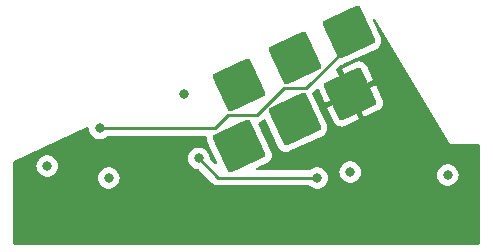
<source format=gbr>
%TF.GenerationSoftware,KiCad,Pcbnew,7.0.10*%
%TF.CreationDate,2024-02-23T21:50:14+01:00*%
%TF.ProjectId,ScartPCB,53636172-7450-4434-922e-6b696361645f,0*%
%TF.SameCoordinates,PX76bb820PY7641700*%
%TF.FileFunction,Copper,L3,Inr*%
%TF.FilePolarity,Positive*%
%FSLAX46Y46*%
G04 Gerber Fmt 4.6, Leading zero omitted, Abs format (unit mm)*
G04 Created by KiCad (PCBNEW 7.0.10) date 2024-02-23 21:50:14*
%MOMM*%
%LPD*%
G01*
G04 APERTURE LIST*
G04 Aperture macros list*
%AMRoundRect*
0 Rectangle with rounded corners*
0 $1 Rounding radius*
0 $2 $3 $4 $5 $6 $7 $8 $9 X,Y pos of 4 corners*
0 Add a 4 corners polygon primitive as box body*
4,1,4,$2,$3,$4,$5,$6,$7,$8,$9,$2,$3,0*
0 Add four circle primitives for the rounded corners*
1,1,$1+$1,$2,$3*
1,1,$1+$1,$4,$5*
1,1,$1+$1,$6,$7*
1,1,$1+$1,$8,$9*
0 Add four rect primitives between the rounded corners*
20,1,$1+$1,$2,$3,$4,$5,0*
20,1,$1+$1,$4,$5,$6,$7,0*
20,1,$1+$1,$6,$7,$8,$9,0*
20,1,$1+$1,$8,$9,$2,$3,0*%
G04 Aperture macros list end*
%TA.AperFunction,ComponentPad*%
%ADD10RoundRect,0.250002X1.993386X-0.725533X0.725533X1.993386X-1.993386X0.725533X-0.725533X-1.993386X0*%
%TD*%
%TA.AperFunction,ViaPad*%
%ADD11C,0.800000*%
%TD*%
%TA.AperFunction,Conductor*%
%ADD12C,0.250000*%
%TD*%
G04 APERTURE END LIST*
D10*
%TO.N,Net-(J2-Pin_1)*%
%TO.C,J2*%
X28408000Y17955000D03*
%TD*%
%TO.N,SYNC*%
%TO.C,J5*%
X23836000Y10589000D03*
%TD*%
%TO.N,Net-(J3-Pin_1)*%
%TO.C,J3*%
X23836000Y15796000D03*
%TD*%
%TO.N,AUDIO*%
%TO.C,J6*%
X19137000Y8303000D03*
%TD*%
%TO.N,Net-(J4-Pin_1)*%
%TO.C,J4*%
X19137000Y13510000D03*
%TD*%
%TO.N,GND*%
%TO.C,J7*%
X28535000Y12748000D03*
%TD*%
D11*
%TO.N,GND*%
X27011000Y6261147D03*
X12382005Y4911695D03*
%TO.N,BLUE*%
X25741000Y5636000D03*
X15708000Y7287000D03*
%TO.N,Net-(J1-Pin_20)*%
X2881000Y6652000D03*
%TO.N,GND*%
X4405000Y5509000D03*
%TO.N,SYNC*%
X8088000Y5636000D03*
%TO.N,Net-(J1-Pin_6)*%
X28535000Y6144000D03*
%TO.N,Net-(J1-Pin_2)*%
X36790000Y5890000D03*
%TO.N,Net-(J2-Pin_1)*%
X7326000Y9827000D03*
%TO.N,Net-(J3-Pin_1)*%
X14438000Y12748000D03*
%TD*%
D12*
%TO.N,BLUE*%
X15708000Y7287000D02*
X17359000Y5636000D01*
X18883000Y5636000D02*
X25741000Y5636000D01*
X17359000Y5636000D02*
X18883000Y5636000D01*
%TO.N,Net-(J2-Pin_1)*%
X28408000Y16829322D02*
X28408000Y17955000D01*
X7326000Y9827000D02*
X17061410Y9827000D01*
X17061410Y9827000D02*
X18171366Y10936956D01*
X18171366Y10936956D02*
X20627956Y10936956D01*
X20627956Y10936956D02*
X22913956Y13222956D01*
X24801634Y13222956D02*
X28408000Y16829322D01*
X22913956Y13222956D02*
X24801634Y13222956D01*
%TD*%
%TA.AperFunction,Conductor*%
%TO.N,GND*%
G36*
X30643614Y19088981D02*
G01*
X30657091Y19070542D01*
X36994850Y8507609D01*
X36998157Y8501068D01*
X36999723Y8499511D01*
X36999868Y8499475D01*
X36999869Y8499474D01*
X36999870Y8499475D01*
X37002016Y8498937D01*
X37009512Y8499500D01*
X39373500Y8499500D01*
X39441621Y8479498D01*
X39488114Y8425842D01*
X39499500Y8373500D01*
X39499500Y126500D01*
X39479498Y58379D01*
X39425842Y11886D01*
X39373500Y500D01*
X126500Y500D01*
X58379Y20502D01*
X11886Y74158D01*
X500Y126500D01*
X500Y5636000D01*
X7174496Y5636000D01*
X7194457Y5446073D01*
X7224526Y5353530D01*
X7253473Y5264444D01*
X7253476Y5264439D01*
X7348958Y5099059D01*
X7348965Y5099049D01*
X7476744Y4957136D01*
X7476747Y4957134D01*
X7631248Y4844882D01*
X7805712Y4767206D01*
X7992513Y4727500D01*
X8183487Y4727500D01*
X8370288Y4767206D01*
X8544752Y4844882D01*
X8699253Y4957134D01*
X8738704Y5000949D01*
X8827034Y5099049D01*
X8827035Y5099051D01*
X8827040Y5099056D01*
X8922527Y5264444D01*
X8981542Y5446072D01*
X9001504Y5636000D01*
X8981542Y5825928D01*
X8922527Y6007556D01*
X8827040Y6172944D01*
X8827038Y6172946D01*
X8827034Y6172952D01*
X8699255Y6314865D01*
X8544752Y6427118D01*
X8370288Y6504794D01*
X8183487Y6544500D01*
X7992513Y6544500D01*
X7805711Y6504794D01*
X7631247Y6427118D01*
X7476744Y6314865D01*
X7348965Y6172952D01*
X7348958Y6172942D01*
X7253476Y6007562D01*
X7253473Y6007555D01*
X7194457Y5825928D01*
X7174496Y5636000D01*
X500Y5636000D01*
X500Y6652000D01*
X1967496Y6652000D01*
X1987457Y6462073D01*
X2001711Y6418206D01*
X2046473Y6280444D01*
X2046476Y6280439D01*
X2141958Y6115059D01*
X2141965Y6115049D01*
X2269744Y5973136D01*
X2269747Y5973134D01*
X2424248Y5860882D01*
X2598712Y5783206D01*
X2785513Y5743500D01*
X2976487Y5743500D01*
X3163288Y5783206D01*
X3337752Y5860882D01*
X3492253Y5973134D01*
X3620040Y6115056D01*
X3715527Y6280444D01*
X3774542Y6462072D01*
X3794504Y6652000D01*
X3774542Y6841928D01*
X3715527Y7023556D01*
X3620040Y7188944D01*
X3620038Y7188946D01*
X3620034Y7188952D01*
X3492255Y7330865D01*
X3337752Y7443118D01*
X3163288Y7520794D01*
X2976487Y7560500D01*
X2785513Y7560500D01*
X2598711Y7520794D01*
X2424247Y7443118D01*
X2269744Y7330865D01*
X2141965Y7188952D01*
X2141958Y7188942D01*
X2046476Y7023562D01*
X2046473Y7023556D01*
X2034963Y6988133D01*
X1987457Y6841928D01*
X1967496Y6652000D01*
X500Y6652000D01*
X500Y6920012D01*
X20502Y6988133D01*
X72475Y7033842D01*
X6233559Y9957747D01*
X6303675Y9968882D01*
X6368682Y9940341D01*
X6407940Y9881186D01*
X6412890Y9830752D01*
X6412496Y9827002D01*
X6432457Y9637073D01*
X6462526Y9544530D01*
X6491473Y9455444D01*
X6491476Y9455439D01*
X6586958Y9290059D01*
X6586965Y9290049D01*
X6714744Y9148136D01*
X6714747Y9148134D01*
X6869248Y9035882D01*
X7043712Y8958206D01*
X7230513Y8918500D01*
X7421487Y8918500D01*
X7608288Y8958206D01*
X7782752Y9035882D01*
X7937253Y9148134D01*
X7940563Y9151810D01*
X8001009Y9189050D01*
X8034200Y9193500D01*
X16257645Y9193500D01*
X16325766Y9173498D01*
X16372259Y9119842D01*
X16382793Y9052872D01*
X16379948Y9028533D01*
X16400532Y8852419D01*
X16400533Y8852416D01*
X16434814Y8753791D01*
X16781364Y8010613D01*
X17252405Y7000460D01*
X17266669Y6969872D01*
X17277330Y6899680D01*
X17248350Y6834868D01*
X17188930Y6796011D01*
X17117936Y6795448D01*
X17063379Y6827527D01*
X16655121Y7235785D01*
X16621095Y7298097D01*
X16618908Y7311694D01*
X16601542Y7476928D01*
X16542527Y7658556D01*
X16447040Y7823944D01*
X16447038Y7823946D01*
X16447034Y7823952D01*
X16319255Y7965865D01*
X16164752Y8078118D01*
X15990288Y8155794D01*
X15803487Y8195500D01*
X15612513Y8195500D01*
X15425711Y8155794D01*
X15251247Y8078118D01*
X15096744Y7965865D01*
X14968965Y7823952D01*
X14968958Y7823942D01*
X14873476Y7658562D01*
X14873473Y7658555D01*
X14814457Y7476928D01*
X14794496Y7287000D01*
X14814457Y7097073D01*
X14817863Y7086592D01*
X14873473Y6915444D01*
X14882574Y6899680D01*
X14968958Y6750059D01*
X14968965Y6750049D01*
X15096744Y6608136D01*
X15096747Y6608134D01*
X15251248Y6495882D01*
X15425712Y6418206D01*
X15612513Y6378500D01*
X15668406Y6378500D01*
X15736527Y6358498D01*
X15757501Y6341595D01*
X16851753Y5247343D01*
X16861720Y5234903D01*
X16861947Y5235090D01*
X16866999Y5228983D01*
X16916666Y5182343D01*
X16919510Y5179586D01*
X16939230Y5159866D01*
X16942416Y5157395D01*
X16951447Y5149682D01*
X16983678Y5119415D01*
X16983682Y5119412D01*
X17001430Y5109655D01*
X17017957Y5098799D01*
X17033960Y5086386D01*
X17074539Y5068826D01*
X17085187Y5063609D01*
X17123934Y5042308D01*
X17123936Y5042307D01*
X17123940Y5042305D01*
X17143562Y5037267D01*
X17162263Y5030865D01*
X17174814Y5025433D01*
X17180852Y5022820D01*
X17180853Y5022820D01*
X17180855Y5022819D01*
X17224530Y5015902D01*
X17236141Y5013498D01*
X17278970Y5002500D01*
X17299224Y5002500D01*
X17318934Y5000949D01*
X17321141Y5000600D01*
X17338943Y4997780D01*
X17382961Y5001942D01*
X17394819Y5002500D01*
X18802970Y5002500D01*
X25032800Y5002500D01*
X25100921Y4982498D01*
X25126437Y4960810D01*
X25129747Y4957134D01*
X25284248Y4844882D01*
X25458712Y4767206D01*
X25645513Y4727500D01*
X25836487Y4727500D01*
X26023288Y4767206D01*
X26197752Y4844882D01*
X26352253Y4957134D01*
X26391704Y5000949D01*
X26480034Y5099049D01*
X26480035Y5099051D01*
X26480040Y5099056D01*
X26575527Y5264444D01*
X26634542Y5446072D01*
X26654504Y5636000D01*
X26634542Y5825928D01*
X26575527Y6007556D01*
X26496751Y6144000D01*
X27621496Y6144000D01*
X27641457Y5954073D01*
X27662276Y5890000D01*
X27700473Y5772444D01*
X27700476Y5772439D01*
X27795958Y5607059D01*
X27795965Y5607049D01*
X27923744Y5465136D01*
X27923747Y5465134D01*
X28078248Y5352882D01*
X28252712Y5275206D01*
X28439513Y5235500D01*
X28630487Y5235500D01*
X28817288Y5275206D01*
X28991752Y5352882D01*
X29146253Y5465134D01*
X29194249Y5518439D01*
X29274034Y5607049D01*
X29274035Y5607051D01*
X29274040Y5607056D01*
X29369527Y5772444D01*
X29407724Y5890000D01*
X35876496Y5890000D01*
X35896457Y5700073D01*
X35917276Y5636000D01*
X35955473Y5518444D01*
X35955476Y5518439D01*
X36050958Y5353059D01*
X36050965Y5353049D01*
X36178744Y5211136D01*
X36178747Y5211134D01*
X36333248Y5098882D01*
X36507712Y5021206D01*
X36694513Y4981500D01*
X36885487Y4981500D01*
X37072288Y5021206D01*
X37246752Y5098882D01*
X37401253Y5211134D01*
X37401255Y5211136D01*
X37529034Y5353049D01*
X37529035Y5353051D01*
X37529040Y5353056D01*
X37624527Y5518444D01*
X37683542Y5700072D01*
X37703504Y5890000D01*
X37683542Y6079928D01*
X37624527Y6261556D01*
X37529040Y6426944D01*
X37529038Y6426946D01*
X37529034Y6426952D01*
X37401255Y6568865D01*
X37246752Y6681118D01*
X37072288Y6758794D01*
X36885487Y6798500D01*
X36694513Y6798500D01*
X36507711Y6758794D01*
X36333247Y6681118D01*
X36178744Y6568865D01*
X36050965Y6426952D01*
X36050958Y6426942D01*
X35955476Y6261562D01*
X35955473Y6261555D01*
X35896457Y6079928D01*
X35876496Y5890000D01*
X29407724Y5890000D01*
X29428542Y5954072D01*
X29448504Y6144000D01*
X29428542Y6333928D01*
X29369527Y6515556D01*
X29274040Y6680944D01*
X29274038Y6680946D01*
X29274034Y6680952D01*
X29146255Y6822865D01*
X28991752Y6935118D01*
X28817288Y7012794D01*
X28630487Y7052500D01*
X28439513Y7052500D01*
X28252711Y7012794D01*
X28078247Y6935118D01*
X27923744Y6822865D01*
X27795965Y6680952D01*
X27795958Y6680942D01*
X27700476Y6515562D01*
X27700473Y6515556D01*
X27688274Y6478012D01*
X27641457Y6333928D01*
X27621496Y6144000D01*
X26496751Y6144000D01*
X26480040Y6172944D01*
X26480038Y6172946D01*
X26480034Y6172952D01*
X26352255Y6314865D01*
X26197752Y6427118D01*
X26023288Y6504794D01*
X25836487Y6544500D01*
X25645513Y6544500D01*
X25458711Y6504794D01*
X25284247Y6427118D01*
X25129747Y6314867D01*
X25126437Y6311190D01*
X25065991Y6273950D01*
X25032800Y6269500D01*
X20688561Y6269500D01*
X20620440Y6289502D01*
X20573947Y6343158D01*
X20563843Y6413432D01*
X20593337Y6478012D01*
X20635311Y6509695D01*
X20762201Y6568865D01*
X21496753Y6911392D01*
X21586416Y6964913D01*
X21715388Y7086592D01*
X21812824Y7234734D01*
X21873468Y7401353D01*
X21894052Y7577467D01*
X21873468Y7753580D01*
X21839184Y7852213D01*
X20760897Y10164606D01*
X20750237Y10234796D01*
X20779217Y10299608D01*
X20838637Y10338465D01*
X20839847Y10338824D01*
X20863027Y10345558D01*
X20881547Y10350937D01*
X20881551Y10350939D01*
X20898982Y10361248D01*
X20916736Y10369947D01*
X20935573Y10377404D01*
X20971348Y10403398D01*
X20981254Y10409905D01*
X21019318Y10432414D01*
X21033641Y10446738D01*
X21048680Y10459582D01*
X21053908Y10463380D01*
X21065063Y10471484D01*
X21093259Y10505570D01*
X21101228Y10514326D01*
X21163317Y10576415D01*
X21225627Y10610439D01*
X21296442Y10605374D01*
X21353278Y10562827D01*
X21366605Y10540568D01*
X21471929Y10314701D01*
X22444392Y8229247D01*
X22497913Y8139584D01*
X22619592Y8010612D01*
X22767734Y7913176D01*
X22767735Y7913176D01*
X22767736Y7913175D01*
X22817653Y7895007D01*
X22934353Y7852532D01*
X23110467Y7831948D01*
X23286580Y7852532D01*
X23385213Y7886816D01*
X26195753Y9197392D01*
X26285416Y9250913D01*
X26414388Y9372592D01*
X26511824Y9520734D01*
X26572468Y9687353D01*
X26593052Y9863467D01*
X26572468Y10039580D01*
X26538184Y10138213D01*
X25327136Y12735314D01*
X25316476Y12805504D01*
X25345456Y12870316D01*
X25352212Y12877632D01*
X25655246Y13180666D01*
X25717556Y13214689D01*
X25788372Y13209624D01*
X25845207Y13167077D01*
X25858534Y13144818D01*
X26381210Y12023932D01*
X27764025Y12668750D01*
X27774650Y12574455D01*
X27832331Y12409612D01*
X27925246Y12261738D01*
X27978664Y12208320D01*
X26595901Y11563526D01*
X27143829Y10388492D01*
X27143834Y10388484D01*
X27197313Y10298887D01*
X27197315Y10298885D01*
X27318915Y10169998D01*
X27466956Y10072629D01*
X27466962Y10072626D01*
X27633467Y10012024D01*
X27633469Y10012023D01*
X27809466Y9991452D01*
X27985465Y10012023D01*
X27985468Y10012024D01*
X28084024Y10046281D01*
X28084034Y10046285D01*
X29259069Y10594213D01*
X28614252Y11977026D01*
X28708545Y11987650D01*
X28873388Y12045331D01*
X29021262Y12138246D01*
X29074680Y12191665D01*
X29719473Y10808904D01*
X30894508Y11356830D01*
X30894516Y11356835D01*
X30984113Y11410314D01*
X30984115Y11410316D01*
X31113002Y11531916D01*
X31210371Y11679957D01*
X31210374Y11679963D01*
X31270976Y11846468D01*
X31270977Y11846470D01*
X31291549Y12022467D01*
X31270977Y12198466D01*
X31270976Y12198469D01*
X31236719Y12297025D01*
X31236715Y12297035D01*
X30688787Y13472071D01*
X29305974Y12827255D01*
X29295350Y12921545D01*
X29237669Y13086388D01*
X29144754Y13234262D01*
X29091333Y13287683D01*
X30474097Y13932476D01*
X29926170Y15107509D01*
X29926165Y15107517D01*
X29872686Y15197114D01*
X29872684Y15197116D01*
X29751084Y15326003D01*
X29603043Y15423372D01*
X29603037Y15423375D01*
X29436532Y15483977D01*
X29436530Y15483978D01*
X29260533Y15504549D01*
X29084534Y15483978D01*
X29084531Y15483977D01*
X28985975Y15449720D01*
X28985965Y15449716D01*
X27810929Y14901789D01*
X28455746Y13518975D01*
X28361455Y13508350D01*
X28196612Y13450669D01*
X28048738Y13357754D01*
X27995318Y13304335D01*
X27328468Y14734399D01*
X27331610Y14735865D01*
X27315413Y14778281D01*
X27329963Y14847770D01*
X27351920Y14877340D01*
X27640247Y15165667D01*
X27702557Y15199691D01*
X27714690Y15201715D01*
X27858580Y15218532D01*
X27957213Y15252816D01*
X30767753Y16563392D01*
X30857416Y16616913D01*
X30986388Y16738592D01*
X31083824Y16886734D01*
X31144468Y17053353D01*
X31165052Y17229467D01*
X31144468Y17405580D01*
X31110184Y17504213D01*
X30434851Y18952469D01*
X30424191Y19022658D01*
X30453171Y19087470D01*
X30512591Y19126327D01*
X30583585Y19126890D01*
X30643614Y19088981D01*
G37*
%TD.AperFunction*%
%TD*%
M02*

</source>
